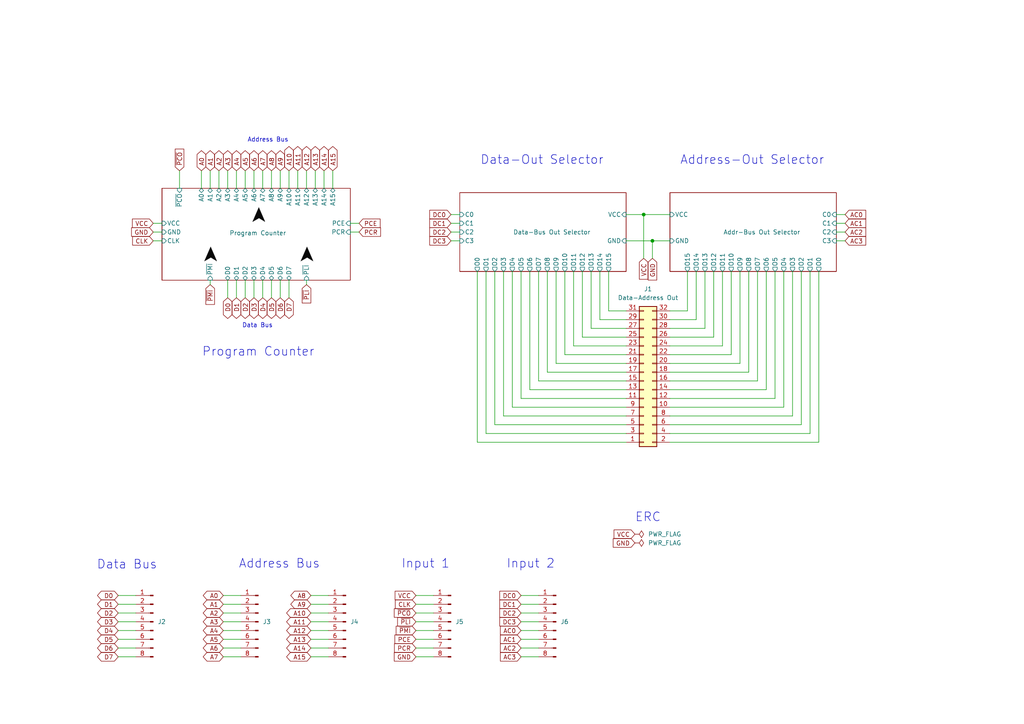
<source format=kicad_sch>
(kicad_sch (version 20250114) (generator "eeschema") (generator_version "9.0")
  (paper "A4")
  (title_block (title "Program Counter and Bus Selectors") (date "2025-11-09") (rev "v1.1") (company "Marco Vettigli"))
  (lib_symbols
    (symbol "Connector:Conn_01x08_Pin" (pin_names (offset 1.016) (hide yes))
      (property "Reference" "J" (at 0 10.16 0))
      (property "Value" "Conn_01x08_Pin" (at 0 -12.7 0))
      (symbol "Conn_01x08_Pin_1_1"
        (rectangle (start 0.8636 7.747) (end 0 7.493) (stroke (width 0.1524)) (fill (type outline)))
        (rectangle (start 0.8636 5.207) (end 0 4.953) (stroke (width 0.1524)) (fill (type outline)))
        (rectangle (start 0.8636 2.667) (end 0 2.413) (stroke (width 0.1524)) (fill (type outline)))
        (rectangle (start 0.8636 0.127) (end 0 -0.127) (stroke (width 0.1524)) (fill (type outline)))
        (rectangle (start 0.8636 -2.413) (end 0 -2.667) (stroke (width 0.1524)) (fill (type outline)))
        (rectangle (start 0.8636 -4.953) (end 0 -5.207) (stroke (width 0.1524)) (fill (type outline)))
        (rectangle (start 0.8636 -7.493) (end 0 -7.747) (stroke (width 0.1524)) (fill (type outline)))
        (rectangle (start 0.8636 -10.033) (end 0 -10.287) (stroke (width 0.1524)) (fill (type outline)))
        (polyline (pts (xy 1.27 7.62) (xy 0.8636 7.62)) (stroke (width 0.1524)))
        (polyline (pts (xy 1.27 5.08) (xy 0.8636 5.08)) (stroke (width 0.1524)))
        (polyline (pts (xy 1.27 2.54) (xy 0.8636 2.54)) (stroke (width 0.1524)))
        (polyline (pts (xy 1.27 0) (xy 0.8636 0)) (stroke (width 0.1524)))
        (polyline (pts (xy 1.27 -2.54) (xy 0.8636 -2.54)) (stroke (width 0.1524)))
        (polyline (pts (xy 1.27 -5.08) (xy 0.8636 -5.08)) (stroke (width 0.1524)))
        (polyline (pts (xy 1.27 -7.62) (xy 0.8636 -7.62)) (stroke (width 0.1524)))
        (polyline (pts (xy 1.27 -10.16) (xy 0.8636 -10.16)) (stroke (width 0.1524)))
        (pin passive line (at 5.08 7.62 180) (length 3.81) (name "Pin_1") (number "1"))
        (pin passive line (at 5.08 5.08 180) (length 3.81) (name "Pin_2") (number "2"))
        (pin passive line (at 5.08 2.54 180) (length 3.81) (name "Pin_3") (number "3"))
        (pin passive line (at 5.08 0 180) (length 3.81) (name "Pin_4") (number "4"))
        (pin passive line (at 5.08 -2.54 180) (length 3.81) (name "Pin_5") (number "5"))
        (pin passive line (at 5.08 -5.08 180) (length 3.81) (name "Pin_6") (number "6"))
        (pin passive line (at 5.08 -7.62 180) (length 3.81) (name "Pin_7") (number "7"))
        (pin passive line (at 5.08 -10.16 180) (length 3.81) (name "Pin_8") (number "8"))
      )
    )
    (symbol "Connector_Generic:Conn_02x16_Odd_Even" (pin_names (offset 1.016) (hide yes))
      (property "Reference" "J" (at 1.27 20.32 0))
      (property "Value" "Conn_02x16_Odd_Even" (at 1.27 -22.86 0))
      (symbol "Conn_02x16_Odd_Even_1_1"
        (rectangle (start -1.27 19.05) (end 3.81 -21.59) (stroke (width 0.254)) (fill (type background)))
        (rectangle (start -1.27 17.907) (end 0 17.653) (stroke (width 0.1524)))
        (rectangle (start -1.27 15.367) (end 0 15.113) (stroke (width 0.1524)))
        (rectangle (start -1.27 12.827) (end 0 12.573) (stroke (width 0.1524)))
        (rectangle (start -1.27 10.287) (end 0 10.033) (stroke (width 0.1524)))
        (rectangle (start -1.27 7.747) (end 0 7.493) (stroke (width 0.1524)))
        (rectangle (start -1.27 5.207) (end 0 4.953) (stroke (width 0.1524)))
        (rectangle (start -1.27 2.667) (end 0 2.413) (stroke (width 0.1524)))
        (rectangle (start -1.27 0.127) (end 0 -0.127) (stroke (width 0.1524)))
        (rectangle (start -1.27 -2.413) (end 0 -2.667) (stroke (width 0.1524)))
        (rectangle (start -1.27 -4.953) (end 0 -5.207) (stroke (width 0.1524)))
        (rectangle (start -1.27 -7.493) (end 0 -7.747) (stroke (width 0.1524)))
        (rectangle (start -1.27 -10.033) (end 0 -10.287) (stroke (width 0.1524)))
        (rectangle (start -1.27 -12.573) (end 0 -12.827) (stroke (width 0.1524)))
        (rectangle (start -1.27 -15.113) (end 0 -15.367) (stroke (width 0.1524)))
        (rectangle (start -1.27 -17.653) (end 0 -17.907) (stroke (width 0.1524)))
        (rectangle (start -1.27 -20.193) (end 0 -20.447) (stroke (width 0.1524)))
        (rectangle (start 3.81 17.907) (end 2.54 17.653) (stroke (width 0.1524)))
        (rectangle (start 3.81 15.367) (end 2.54 15.113) (stroke (width 0.1524)))
        (rectangle (start 3.81 12.827) (end 2.54 12.573) (stroke (width 0.1524)))
        (rectangle (start 3.81 10.287) (end 2.54 10.033) (stroke (width 0.1524)))
        (rectangle (start 3.81 7.747) (end 2.54 7.493) (stroke (width 0.1524)))
        (rectangle (start 3.81 5.207) (end 2.54 4.953) (stroke (width 0.1524)))
        (rectangle (start 3.81 2.667) (end 2.54 2.413) (stroke (width 0.1524)))
        (rectangle (start 3.81 0.127) (end 2.54 -0.127) (stroke (width 0.1524)))
        (rectangle (start 3.81 -2.413) (end 2.54 -2.667) (stroke (width 0.1524)))
        (rectangle (start 3.81 -4.953) (end 2.54 -5.207) (stroke (width 0.1524)))
        (rectangle (start 3.81 -7.493) (end 2.54 -7.747) (stroke (width 0.1524)))
        (rectangle (start 3.81 -10.033) (end 2.54 -10.287) (stroke (width 0.1524)))
        (rectangle (start 3.81 -12.573) (end 2.54 -12.827) (stroke (width 0.1524)))
        (rectangle (start 3.81 -15.113) (end 2.54 -15.367) (stroke (width 0.1524)))
        (rectangle (start 3.81 -17.653) (end 2.54 -17.907) (stroke (width 0.1524)))
        (rectangle (start 3.81 -20.193) (end 2.54 -20.447) (stroke (width 0.1524)))
        (pin passive line (at -5.08 17.78 0) (length 3.81) (name "Pin_1") (number "1"))
        (pin passive line (at -5.08 15.24 0) (length 3.81) (name "Pin_3") (number "3"))
        (pin passive line (at -5.08 12.7 0) (length 3.81) (name "Pin_5") (number "5"))
        (pin passive line (at -5.08 10.16 0) (length 3.81) (name "Pin_7") (number "7"))
        (pin passive line (at -5.08 7.62 0) (length 3.81) (name "Pin_9") (number "9"))
        (pin passive line (at -5.08 5.08 0) (length 3.81) (name "Pin_11") (number "11"))
        (pin passive line (at -5.08 2.54 0) (length 3.81) (name "Pin_13") (number "13"))
        (pin passive line (at -5.08 0 0) (length 3.81) (name "Pin_15") (number "15"))
        (pin passive line (at -5.08 -2.54 0) (length 3.81) (name "Pin_17") (number "17"))
        (pin passive line (at -5.08 -5.08 0) (length 3.81) (name "Pin_19") (number "19"))
        (pin passive line (at -5.08 -7.62 0) (length 3.81) (name "Pin_21") (number "21"))
        (pin passive line (at -5.08 -10.16 0) (length 3.81) (name "Pin_23") (number "23"))
        (pin passive line (at -5.08 -12.7 0) (length 3.81) (name "Pin_25") (number "25"))
        (pin passive line (at -5.08 -15.24 0) (length 3.81) (name "Pin_27") (number "27"))
        (pin passive line (at -5.08 -17.78 0) (length 3.81) (name "Pin_29") (number "29"))
        (pin passive line (at -5.08 -20.32 0) (length 3.81) (name "Pin_31") (number "31"))
        (pin passive line (at 7.62 17.78 180) (length 3.81) (name "Pin_2") (number "2"))
        (pin passive line (at 7.62 15.24 180) (length 3.81) (name "Pin_4") (number "4"))
        (pin passive line (at 7.62 12.7 180) (length 3.81) (name "Pin_6") (number "6"))
        (pin passive line (at 7.62 10.16 180) (length 3.81) (name "Pin_8") (number "8"))
        (pin passive line (at 7.62 7.62 180) (length 3.81) (name "Pin_10") (number "10"))
        (pin passive line (at 7.62 5.08 180) (length 3.81) (name "Pin_12") (number "12"))
        (pin passive line (at 7.62 2.54 180) (length 3.81) (name "Pin_14") (number "14"))
        (pin passive line (at 7.62 0 180) (length 3.81) (name "Pin_16") (number "16"))
        (pin passive line (at 7.62 -2.54 180) (length 3.81) (name "Pin_18") (number "18"))
        (pin passive line (at 7.62 -5.08 180) (length 3.81) (name "Pin_20") (number "20"))
        (pin passive line (at 7.62 -7.62 180) (length 3.81) (name "Pin_22") (number "22"))
        (pin passive line (at 7.62 -10.16 180) (length 3.81) (name "Pin_24") (number "24"))
        (pin passive line (at 7.62 -12.7 180) (length 3.81) (name "Pin_26") (number "26"))
        (pin passive line (at 7.62 -15.24 180) (length 3.81) (name "Pin_28") (number "28"))
        (pin passive line (at 7.62 -17.78 180) (length 3.81) (name "Pin_30") (number "30"))
        (pin passive line (at 7.62 -20.32 180) (length 3.81) (name "Pin_32") (number "32"))
      )
    )
    (symbol "power:PWR_FLAG" (power) (pin_numbers (hide yes)) (pin_names (offset 0) (hide yes))
      (property "Value" "PWR_FLAG" (at 0 3.81 0))
      (symbol "PWR_FLAG_0_0"
        (pin power_out line (at 0 0 90) (length 0) (name "~") (number "1"))
      )
      (symbol "PWR_FLAG_0_1"
        (polyline (pts (xy 0 0) (xy 0 1.27) (xy -1.016 1.905) (xy 0 2.54) (xy 1.016 1.905) (xy 0 1.27)))
      )
    )
  )
  (text "Address Bus" (at 81.026 163.576 0) (effects (font (size 2.54 2.54))))
  (text "ERC" (at 187.96 150.114 0) (effects (font (size 2.54 2.54))))
  (text "Address-Out Selector" (at 218.186 46.482 0) (effects (font (size 2.54 2.54))))
  (text "Program Counter" (at 74.93 102.108 0) (effects (font (size 2.54 2.54))))
  (text "Address Bus" (at 77.724 40.64 0) (effects (font (size 1.27 1.27))))
  (text "Data Bus" (at 36.83 163.83 0) (effects (font (size 2.54 2.54))))
  (text "Input 2" (at 153.924 163.576 0) (effects (font (size 2.54 2.54))))
  (text "Data-Out Selector" (at 157.226 46.482 0) (effects (font (size 2.54 2.54))))
  (text "Input 1" (at 123.444 163.576 0) (effects (font (size 2.54 2.54))))
  (text "Data Bus" (at 74.676 94.488 0) (effects (font (size 1.27 1.27))))
  (junction (at 189.23 69.85))
  (junction (at 186.69 62.23))
  (wire (pts (xy 227.33 78.74) (xy 227.33 118.11)))
  (wire (pts (xy 120.65 187.96) (xy 125.73 187.96)))
  (wire (pts (xy 90.17 190.5) (xy 95.25 190.5)))
  (wire (pts (xy 66.04 49.53) (xy 66.04 54.61)))
  (wire (pts (xy 78.74 81.28) (xy 78.74 86.36)))
  (wire (pts (xy 151.13 187.96) (xy 156.21 187.96)))
  (wire (pts (xy 52.07 54.61) (xy 52.07 49.53)))
  (wire (pts (xy 245.11 67.31) (xy 242.57 67.31)))
  (wire (pts (xy 168.91 97.79) (xy 181.61 97.79)))
  (wire (pts (xy 148.59 78.74) (xy 148.59 118.11)))
  (wire (pts (xy 166.37 100.33) (xy 181.61 100.33)))
  (wire (pts (xy 120.65 172.72) (xy 125.73 172.72)))
  (wire (pts (xy 181.61 90.17) (xy 176.53 90.17)))
  (wire (pts (xy 161.29 105.41) (xy 181.61 105.41)))
  (wire (pts (xy 194.31 95.25) (xy 204.47 95.25)))
  (wire (pts (xy 151.13 177.8) (xy 156.21 177.8)))
  (wire (pts (xy 90.17 175.26) (xy 95.25 175.26)))
  (wire (pts (xy 151.13 172.72) (xy 156.21 172.72)))
  (wire (pts (xy 90.17 172.72) (xy 95.25 172.72)))
  (wire (pts (xy 71.12 49.53) (xy 71.12 54.61)))
  (wire (pts (xy 209.55 78.74) (xy 209.55 100.33)))
  (wire (pts (xy 237.49 78.74) (xy 237.49 128.27)))
  (wire (pts (xy 120.65 180.34) (xy 125.73 180.34)))
  (wire (pts (xy 234.95 78.74) (xy 234.95 125.73)))
  (wire (pts (xy 148.59 118.11) (xy 181.61 118.11)))
  (wire (pts (xy 60.96 81.28) (xy 60.96 82.55)))
  (wire (pts (xy 146.05 78.74) (xy 146.05 120.65)))
  (wire (pts (xy 130.81 67.31) (xy 133.35 67.31)))
  (wire (pts (xy 39.37 177.8) (xy 34.29 177.8)))
  (wire (pts (xy 186.69 62.23) (xy 186.69 74.93)))
  (wire (pts (xy 245.11 62.23) (xy 242.57 62.23)))
  (wire (pts (xy 44.45 67.31) (xy 46.99 67.31)))
  (wire (pts (xy 207.01 97.79) (xy 194.31 97.79)))
  (wire (pts (xy 153.67 113.03) (xy 181.61 113.03)))
  (wire (pts (xy 130.81 64.77) (xy 133.35 64.77)))
  (wire (pts (xy 64.77 187.96) (xy 69.85 187.96)))
  (wire (pts (xy 158.75 78.74) (xy 158.75 107.95)))
  (wire (pts (xy 151.13 185.42) (xy 156.21 185.42)))
  (wire (pts (xy 90.17 182.88) (xy 95.25 182.88)))
  (wire (pts (xy 181.61 95.25) (xy 171.45 95.25)))
  (wire (pts (xy 151.13 78.74) (xy 151.13 115.57)))
  (wire (pts (xy 90.17 185.42) (xy 95.25 185.42)))
  (wire (pts (xy 214.63 105.41) (xy 194.31 105.41)))
  (wire (pts (xy 168.91 78.74) (xy 168.91 97.79)))
  (wire (pts (xy 64.77 180.34) (xy 69.85 180.34)))
  (wire (pts (xy 189.23 69.85) (xy 189.23 74.93)))
  (wire (pts (xy 186.69 62.23) (xy 194.31 62.23)))
  (wire (pts (xy 161.29 78.74) (xy 161.29 105.41)))
  (wire (pts (xy 189.23 69.85) (xy 194.31 69.85)))
  (wire (pts (xy 212.09 78.74) (xy 212.09 102.87)))
  (wire (pts (xy 181.61 92.71) (xy 173.99 92.71)))
  (wire (pts (xy 91.44 49.53) (xy 91.44 54.61)))
  (wire (pts (xy 90.17 177.8) (xy 95.25 177.8)))
  (wire (pts (xy 204.47 78.74) (xy 204.47 95.25)))
  (wire (pts (xy 232.41 78.74) (xy 232.41 123.19)))
  (wire (pts (xy 153.67 78.74) (xy 153.67 113.03)))
  (wire (pts (xy 60.96 49.53) (xy 60.96 54.61)))
  (wire (pts (xy 140.97 125.73) (xy 181.61 125.73)))
  (wire (pts (xy 58.42 49.53) (xy 58.42 54.61)))
  (wire (pts (xy 44.45 69.85) (xy 46.99 69.85)))
  (wire (pts (xy 227.33 118.11) (xy 194.31 118.11)))
  (wire (pts (xy 39.37 180.34) (xy 34.29 180.34)))
  (wire (pts (xy 140.97 78.74) (xy 140.97 125.73)))
  (wire (pts (xy 88.9 49.53) (xy 88.9 54.61)))
  (wire (pts (xy 78.74 49.53) (xy 78.74 54.61)))
  (wire (pts (xy 151.13 180.34) (xy 156.21 180.34)))
  (wire (pts (xy 245.11 64.77) (xy 242.57 64.77)))
  (wire (pts (xy 86.36 49.53) (xy 86.36 54.61)))
  (wire (pts (xy 217.17 78.74) (xy 217.17 107.95)))
  (wire (pts (xy 194.31 128.27) (xy 237.49 128.27)))
  (wire (pts (xy 130.81 62.23) (xy 133.35 62.23)))
  (wire (pts (xy 222.25 78.74) (xy 222.25 113.03)))
  (wire (pts (xy 222.25 113.03) (xy 194.31 113.03)))
  (wire (pts (xy 130.81 69.85) (xy 133.35 69.85)))
  (wire (pts (xy 81.28 49.53) (xy 81.28 54.61)))
  (wire (pts (xy 181.61 62.23) (xy 186.69 62.23)))
  (wire (pts (xy 229.87 78.74) (xy 229.87 120.65)))
  (wire (pts (xy 194.31 102.87) (xy 212.09 102.87)))
  (wire (pts (xy 194.31 120.65) (xy 229.87 120.65)))
  (wire (pts (xy 232.41 123.19) (xy 194.31 123.19)))
  (wire (pts (xy 138.43 78.74) (xy 138.43 128.27)))
  (wire (pts (xy 64.77 190.5) (xy 69.85 190.5)))
  (wire (pts (xy 209.55 100.33) (xy 194.31 100.33)))
  (wire (pts (xy 44.45 64.77) (xy 46.99 64.77)))
  (wire (pts (xy 199.39 78.74) (xy 199.39 90.17)))
  (wire (pts (xy 39.37 187.96) (xy 34.29 187.96)))
  (wire (pts (xy 66.04 81.28) (xy 66.04 86.36)))
  (wire (pts (xy 68.58 81.28) (xy 68.58 86.36)))
  (wire (pts (xy 88.9 81.28) (xy 88.9 82.55)))
  (wire (pts (xy 90.17 180.34) (xy 95.25 180.34)))
  (wire (pts (xy 93.98 49.53) (xy 93.98 54.61)))
  (wire (pts (xy 39.37 185.42) (xy 34.29 185.42)))
  (wire (pts (xy 146.05 120.65) (xy 181.61 120.65)))
  (wire (pts (xy 39.37 190.5) (xy 34.29 190.5)))
  (wire (pts (xy 207.01 78.74) (xy 207.01 97.79)))
  (wire (pts (xy 39.37 182.88) (xy 34.29 182.88)))
  (wire (pts (xy 214.63 78.74) (xy 214.63 105.41)))
  (wire (pts (xy 143.51 78.74) (xy 143.51 123.19)))
  (wire (pts (xy 120.65 177.8) (xy 125.73 177.8)))
  (wire (pts (xy 83.82 81.28) (xy 83.82 86.36)))
  (wire (pts (xy 73.66 81.28) (xy 73.66 86.36)))
  (wire (pts (xy 39.37 172.72) (xy 34.29 172.72)))
  (wire (pts (xy 63.5 49.53) (xy 63.5 54.61)))
  (wire (pts (xy 68.58 49.53) (xy 68.58 54.61)))
  (wire (pts (xy 120.65 182.88) (xy 125.73 182.88)))
  (wire (pts (xy 120.65 175.26) (xy 125.73 175.26)))
  (wire (pts (xy 151.13 175.26) (xy 156.21 175.26)))
  (wire (pts (xy 151.13 190.5) (xy 156.21 190.5)))
  (wire (pts (xy 199.39 90.17) (xy 194.31 90.17)))
  (wire (pts (xy 64.77 175.26) (xy 69.85 175.26)))
  (wire (pts (xy 151.13 115.57) (xy 181.61 115.57)))
  (wire (pts (xy 219.71 78.74) (xy 219.71 110.49)))
  (wire (pts (xy 64.77 182.88) (xy 69.85 182.88)))
  (wire (pts (xy 201.93 78.74) (xy 201.93 92.71)))
  (wire (pts (xy 76.2 81.28) (xy 76.2 86.36)))
  (wire (pts (xy 173.99 78.74) (xy 173.99 92.71)))
  (wire (pts (xy 163.83 78.74) (xy 163.83 102.87)))
  (wire (pts (xy 101.6 64.77) (xy 104.14 64.77)))
  (wire (pts (xy 194.31 125.73) (xy 234.95 125.73)))
  (wire (pts (xy 64.77 185.42) (xy 69.85 185.42)))
  (wire (pts (xy 120.65 190.5) (xy 125.73 190.5)))
  (wire (pts (xy 171.45 78.74) (xy 171.45 95.25)))
  (wire (pts (xy 90.17 187.96) (xy 95.25 187.96)))
  (wire (pts (xy 76.2 49.53) (xy 76.2 54.61)))
  (wire (pts (xy 156.21 110.49) (xy 181.61 110.49)))
  (wire (pts (xy 81.28 81.28) (xy 81.28 86.36)))
  (wire (pts (xy 156.21 78.74) (xy 156.21 110.49)))
  (wire (pts (xy 176.53 78.74) (xy 176.53 90.17)))
  (wire (pts (xy 71.12 81.28) (xy 71.12 86.36)))
  (wire (pts (xy 194.31 115.57) (xy 224.79 115.57)))
  (wire (pts (xy 64.77 177.8) (xy 69.85 177.8)))
  (wire (pts (xy 201.93 92.71) (xy 194.31 92.71)))
  (wire (pts (xy 151.13 182.88) (xy 156.21 182.88)))
  (wire (pts (xy 181.61 69.85) (xy 189.23 69.85)))
  (wire (pts (xy 245.11 69.85) (xy 242.57 69.85)))
  (wire (pts (xy 64.77 172.72) (xy 69.85 172.72)))
  (wire (pts (xy 217.17 107.95) (xy 194.31 107.95)))
  (wire (pts (xy 143.51 123.19) (xy 181.61 123.19)))
  (wire (pts (xy 138.43 128.27) (xy 181.61 128.27)))
  (wire (pts (xy 166.37 78.74) (xy 166.37 100.33)))
  (wire (pts (xy 73.66 49.53) (xy 73.66 54.61)))
  (wire (pts (xy 120.65 185.42) (xy 125.73 185.42)))
  (wire (pts (xy 194.31 110.49) (xy 219.71 110.49)))
  (wire (pts (xy 101.6 67.31) (xy 104.14 67.31)))
  (wire (pts (xy 83.82 49.53) (xy 83.82 54.61)))
  (wire (pts (xy 224.79 78.74) (xy 224.79 115.57)))
  (wire (pts (xy 163.83 102.87) (xy 181.61 102.87)))
  (wire (pts (xy 158.75 107.95) (xy 181.61 107.95)))
  (wire (pts (xy 39.37 175.26) (xy 34.29 175.26)))
  (wire (pts (xy 96.52 49.53) (xy 96.52 54.61)))
  (image (at 60.96 73.66) (scale 0.554949))
  (image (at 88.9 73.66) (scale 0.554949))
  (image (at 74.93 62.23) (scale 0.554949))
  (global_label "CLK" (shape input) (at 120.65 175.26 180) (property "Intersheetrefs" "${INTERSHEET_REFS}" (effects (hide yes))))
  (global_label "A0" (shape tri_state) (at 58.42 49.53 90) (property "Intersheetrefs" "${INTERSHEET_REFS}" (effects (hide yes))))
  (global_label "AC1" (shape input) (at 151.13 185.42 180) (property "Intersheetrefs" "${INTERSHEET_REFS}" (effects (hide yes))))
  (global_label "~{PCO}" (shape input) (at 52.07 49.53 90) (property "Intersheetrefs" "${INTERSHEET_REFS}" (effects (hide yes))))
  (global_label "D3" (shape tri_state) (at 73.66 86.36 270) (property "Intersheetrefs" "${INTERSHEET_REFS}" (effects (hide yes))))
  (global_label "A10" (shape tri_state) (at 90.17 177.8 180) (property "Intersheetrefs" "${INTERSHEET_REFS}" (effects (hide yes))))
  (global_label "A14" (shape tri_state) (at 93.98 49.53 90) (property "Intersheetrefs" "${INTERSHEET_REFS}" (effects (hide yes))))
  (global_label "A7" (shape tri_state) (at 64.77 190.5 180) (property "Intersheetrefs" "${INTERSHEET_REFS}" (effects (hide yes))))
  (global_label "GND" (shape input) (at 44.45 67.31 180) (property "Intersheetrefs" "${INTERSHEET_REFS}" (effects (hide yes))))
  (global_label "PCE" (shape input) (at 120.65 185.42 180) (property "Intersheetrefs" "${INTERSHEET_REFS}" (effects (hide yes))))
  (global_label "~{PLI}" (shape input) (at 120.65 180.34 180) (property "Intersheetrefs" "${INTERSHEET_REFS}" (effects (hide yes))))
  (global_label "D6" (shape tri_state) (at 34.29 187.96 180) (property "Intersheetrefs" "${INTERSHEET_REFS}" (effects (hide yes))))
  (global_label "A15" (shape tri_state) (at 90.17 190.5 180) (property "Intersheetrefs" "${INTERSHEET_REFS}" (effects (hide yes))))
  (global_label "A2" (shape tri_state) (at 63.5 49.53 90) (property "Intersheetrefs" "${INTERSHEET_REFS}" (effects (hide yes))))
  (global_label "D1" (shape tri_state) (at 34.29 175.26 180) (property "Intersheetrefs" "${INTERSHEET_REFS}" (effects (hide yes))))
  (global_label "AC2" (shape input) (at 151.13 187.96 180) (property "Intersheetrefs" "${INTERSHEET_REFS}" (effects (hide yes))))
  (global_label "DC0" (shape input) (at 151.13 172.72 180) (property "Intersheetrefs" "${INTERSHEET_REFS}" (effects (hide yes))))
  (global_label "D4" (shape tri_state) (at 34.29 182.88 180) (property "Intersheetrefs" "${INTERSHEET_REFS}" (effects (hide yes))))
  (global_label "A3" (shape tri_state) (at 66.04 49.53 90) (property "Intersheetrefs" "${INTERSHEET_REFS}" (effects (hide yes))))
  (global_label "D0" (shape tri_state) (at 34.29 172.72 180) (property "Intersheetrefs" "${INTERSHEET_REFS}" (effects (hide yes))))
  (global_label "VCC" (shape input) (at 186.69 74.93 270) (property "Intersheetrefs" "${INTERSHEET_REFS}" (effects (hide yes))))
  (global_label "PCR" (shape input) (at 104.14 67.31 0) (property "Intersheetrefs" "${INTERSHEET_REFS}" (effects (hide yes))))
  (global_label "A8" (shape tri_state) (at 78.74 49.53 90) (property "Intersheetrefs" "${INTERSHEET_REFS}" (effects (hide yes))))
  (global_label "PCE" (shape input) (at 104.14 64.77 0) (property "Intersheetrefs" "${INTERSHEET_REFS}" (effects (hide yes))))
  (global_label "D7" (shape tri_state) (at 83.82 86.36 270) (property "Intersheetrefs" "${INTERSHEET_REFS}" (effects (hide yes))))
  (global_label "D0" (shape tri_state) (at 66.04 86.36 270) (property "Intersheetrefs" "${INTERSHEET_REFS}" (effects (hide yes))))
  (global_label "A13" (shape tri_state) (at 90.17 185.42 180) (property "Intersheetrefs" "${INTERSHEET_REFS}" (effects (hide yes))))
  (global_label "A9" (shape tri_state) (at 81.28 49.53 90) (property "Intersheetrefs" "${INTERSHEET_REFS}" (effects (hide yes))))
  (global_label "DC2" (shape input) (at 151.13 177.8 180) (property "Intersheetrefs" "${INTERSHEET_REFS}" (effects (hide yes))))
  (global_label "VCC" (shape input) (at 120.65 172.72 180) (property "Intersheetrefs" "${INTERSHEET_REFS}" (effects (hide yes))))
  (global_label "AC0" (shape input) (at 151.13 182.88 180) (property "Intersheetrefs" "${INTERSHEET_REFS}" (effects (hide yes))))
  (global_label "A10" (shape tri_state) (at 83.82 49.53 90) (property "Intersheetrefs" "${INTERSHEET_REFS}" (effects (hide yes))))
  (global_label "DC3" (shape input) (at 151.13 180.34 180) (property "Intersheetrefs" "${INTERSHEET_REFS}" (effects (hide yes))))
  (global_label "D1" (shape tri_state) (at 68.58 86.36 270) (property "Intersheetrefs" "${INTERSHEET_REFS}" (effects (hide yes))))
  (global_label "A11" (shape tri_state) (at 90.17 180.34 180) (property "Intersheetrefs" "${INTERSHEET_REFS}" (effects (hide yes))))
  (global_label "A9" (shape tri_state) (at 90.17 175.26 180) (property "Intersheetrefs" "${INTERSHEET_REFS}" (effects (hide yes))))
  (global_label "D7" (shape tri_state) (at 34.29 190.5 180) (property "Intersheetrefs" "${INTERSHEET_REFS}" (effects (hide yes))))
  (global_label "AC0" (shape input) (at 245.11 62.23 0) (property "Intersheetrefs" "${INTERSHEET_REFS}" (effects (hide yes))))
  (global_label "A2" (shape tri_state) (at 64.77 177.8 180) (property "Intersheetrefs" "${INTERSHEET_REFS}" (effects (hide yes))))
  (global_label "A0" (shape tri_state) (at 64.77 172.72 180) (property "Intersheetrefs" "${INTERSHEET_REFS}" (effects (hide yes))))
  (global_label "A5" (shape tri_state) (at 71.12 49.53 90) (property "Intersheetrefs" "${INTERSHEET_REFS}" (effects (hide yes))))
  (global_label "A4" (shape tri_state) (at 64.77 182.88 180) (property "Intersheetrefs" "${INTERSHEET_REFS}" (effects (hide yes))))
  (global_label "A13" (shape tri_state) (at 91.44 49.53 90) (property "Intersheetrefs" "${INTERSHEET_REFS}" (effects (hide yes))))
  (global_label "A3" (shape tri_state) (at 64.77 180.34 180) (property "Intersheetrefs" "${INTERSHEET_REFS}" (effects (hide yes))))
  (global_label "D2" (shape tri_state) (at 34.29 177.8 180) (property "Intersheetrefs" "${INTERSHEET_REFS}" (effects (hide yes))))
  (global_label "A7" (shape tri_state) (at 76.2 49.53 90) (property "Intersheetrefs" "${INTERSHEET_REFS}" (effects (hide yes))))
  (global_label "D2" (shape tri_state) (at 71.12 86.36 270) (property "Intersheetrefs" "${INTERSHEET_REFS}" (effects (hide yes))))
  (global_label "CLK" (shape input) (at 44.45 69.85 180) (property "Intersheetrefs" "${INTERSHEET_REFS}" (effects (hide yes))))
  (global_label "A5" (shape tri_state) (at 64.77 185.42 180) (property "Intersheetrefs" "${INTERSHEET_REFS}" (effects (hide yes))))
  (global_label "GND" (shape input) (at 189.23 74.93 270) (property "Intersheetrefs" "${INTERSHEET_REFS}" (effects (hide yes))))
  (global_label "~{PCO}" (shape input) (at 120.65 177.8 180) (property "Intersheetrefs" "${INTERSHEET_REFS}" (effects (hide yes))))
  (global_label "AC1" (shape input) (at 245.11 64.77 0) (property "Intersheetrefs" "${INTERSHEET_REFS}" (effects (hide yes))))
  (global_label "A1" (shape tri_state) (at 64.77 175.26 180) (property "Intersheetrefs" "${INTERSHEET_REFS}" (effects (hide yes))))
  (global_label "AC3" (shape input) (at 245.11 69.85 0) (property "Intersheetrefs" "${INTERSHEET_REFS}" (effects (hide yes))))
  (global_label "AC3" (shape input) (at 151.13 190.5 180) (property "Intersheetrefs" "${INTERSHEET_REFS}" (effects (hide yes))))
  (global_label "A12" (shape tri_state) (at 88.9 49.53 90) (property "Intersheetrefs" "${INTERSHEET_REFS}" (effects (hide yes))))
  (global_label "PCR" (shape input) (at 120.65 187.96 180) (property "Intersheetrefs" "${INTERSHEET_REFS}" (effects (hide yes))))
  (global_label "A15" (shape tri_state) (at 96.52 49.53 90) (property "Intersheetrefs" "${INTERSHEET_REFS}" (effects (hide yes))))
  (global_label "D6" (shape tri_state) (at 81.28 86.36 270) (property "Intersheetrefs" "${INTERSHEET_REFS}" (effects (hide yes))))
  (global_label "~{PLI}" (shape input) (at 88.9 82.55 270) (property "Intersheetrefs" "${INTERSHEET_REFS}" (effects (hide yes))))
  (global_label "D5" (shape tri_state) (at 34.29 185.42 180) (property "Intersheetrefs" "${INTERSHEET_REFS}" (effects (hide yes))))
  (global_label "A12" (shape tri_state) (at 90.17 182.88 180) (property "Intersheetrefs" "${INTERSHEET_REFS}" (effects (hide yes))))
  (global_label "~{PMI}" (shape input) (at 120.65 182.88 180) (property "Intersheetrefs" "${INTERSHEET_REFS}" (effects (hide yes))))
  (global_label "A14" (shape tri_state) (at 90.17 187.96 180) (property "Intersheetrefs" "${INTERSHEET_REFS}" (effects (hide yes))))
  (global_label "~{PMI}" (shape input) (at 60.96 82.55 270) (property "Intersheetrefs" "${INTERSHEET_REFS}" (effects (hide yes))))
  (global_label "VCC" (shape input) (at 44.45 64.77 180) (property "Intersheetrefs" "${INTERSHEET_REFS}" (effects (hide yes))))
  (global_label "A8" (shape tri_state) (at 90.17 172.72 180) (property "Intersheetrefs" "${INTERSHEET_REFS}" (effects (hide yes))))
  (global_label "D3" (shape tri_state) (at 34.29 180.34 180) (property "Intersheetrefs" "${INTERSHEET_REFS}" (effects (hide yes))))
  (global_label "DC0" (shape input) (at 130.81 62.23 180) (property "Intersheetrefs" "${INTERSHEET_REFS}" (effects (hide yes))))
  (global_label "DC1" (shape input) (at 151.13 175.26 180) (property "Intersheetrefs" "${INTERSHEET_REFS}" (effects (hide yes))))
  (global_label "AC2" (shape input) (at 245.11 67.31 0) (property "Intersheetrefs" "${INTERSHEET_REFS}" (effects (hide yes))))
  (global_label "A11" (shape tri_state) (at 86.36 49.53 90) (property "Intersheetrefs" "${INTERSHEET_REFS}" (effects (hide yes))))
  (global_label "DC1" (shape input) (at 130.81 64.77 180) (property "Intersheetrefs" "${INTERSHEET_REFS}" (effects (hide yes))))
  (global_label "A4" (shape tri_state) (at 68.58 49.53 90) (property "Intersheetrefs" "${INTERSHEET_REFS}" (effects (hide yes))))
  (global_label "VCC" (shape input) (at 184.15 154.94 180) (property "Intersheetrefs" "${INTERSHEET_REFS}" (effects (hide yes))))
  (global_label "D4" (shape tri_state) (at 76.2 86.36 270) (property "Intersheetrefs" "${INTERSHEET_REFS}" (effects (hide yes))))
  (global_label "A6" (shape tri_state) (at 64.77 187.96 180) (property "Intersheetrefs" "${INTERSHEET_REFS}" (effects (hide yes))))
  (global_label "A6" (shape tri_state) (at 73.66 49.53 90) (property "Intersheetrefs" "${INTERSHEET_REFS}" (effects (hide yes))))
  (global_label "A1" (shape tri_state) (at 60.96 49.53 90) (property "Intersheetrefs" "${INTERSHEET_REFS}" (effects (hide yes))))
  (global_label "DC2" (shape input) (at 130.81 67.31 180) (property "Intersheetrefs" "${INTERSHEET_REFS}" (effects (hide yes))))
  (global_label "GND" (shape input) (at 184.15 157.48 180) (property "Intersheetrefs" "${INTERSHEET_REFS}" (effects (hide yes))))
  (global_label "D5" (shape tri_state) (at 78.74 86.36 270) (property "Intersheetrefs" "${INTERSHEET_REFS}" (effects (hide yes))))
  (global_label "GND" (shape input) (at 120.65 190.5 180) (property "Intersheetrefs" "${INTERSHEET_REFS}" (effects (hide yes))))
  (global_label "DC3" (shape input) (at 130.81 69.85 180) (property "Intersheetrefs" "${INTERSHEET_REFS}" (effects (hide yes))))
  (symbol (lib_id "Connector:Conn_01x08_Pin") (at 74.93 180.34 0) (mirror y) (unit 1)
    (property "Reference" "J3" (at 76.2 180.3399 0) (effects (justify right)))
    (property "Value" "Address Bus 1" (effects (hide yes)))
    (property "Footprint" "Custom:PinHeader_1x08_P2.54mm_Horizontal" (effects (hide yes)))
    (property "Description" "Generic connector, single row, 01x08, script generated" (effects (hide yes)))
  )
  (symbol (lib_id "Connector:Conn_01x08_Pin") (at 44.45 180.34 0) (mirror y) (unit 1)
    (property "Reference" "J2" (at 45.72 180.3399 0) (effects (justify right)))
    (property "Value" "Data bus" (effects (hide yes)))
    (property "Footprint" "Custom:PinHeader_1x08_P2.54mm_Horizontal" (effects (hide yes)))
    (property "Description" "Generic connector, single row, 01x08, script generated" (effects (hide yes)))
  )
  (symbol (lib_id "power:PWR_FLAG") (at 184.15 157.48 270) (unit 1)
    (property "Reference" "#FLG02" (effects (hide yes)))
    (property "Value" "PWR_FLAG" (at 187.96 157.4799 90) (effects (justify left)))
    (property "Description" "Special symbol for telling ERC where power comes from" (effects (hide yes)))
  )
  (symbol (lib_id "Connector_Generic:Conn_02x16_Odd_Even") (at 186.69 110.49 0) (mirror x) (unit 1)
    (property "Reference" "J1" (at 187.96 83.82 0))
    (property "Value" "Data-Address Out" (at 187.96 86.36 0))
    (property "Footprint" "Connector_PinHeader_2.54mm:PinHeader_2x16_P2.54mm_Horizontal" (effects (hide yes)))
    (property "Description" "Generic connector, double row, 02x16, odd/even pin numbering scheme (row 1 odd numbers, row 2 even numbers), script generated (kicad-library-utils/schlib/autogen/connector/)" (effects (hide yes)))
  )
  (symbol (lib_id "Connector:Conn_01x08_Pin") (at 161.29 180.34 0) (mirror y) (unit 1)
    (property "Reference" "J6" (at 162.56 180.3399 0) (effects (justify right)))
    (property "Value" "Input 2" (effects (hide yes)))
    (property "Footprint" "Custom:PinHeader_1x08_P2.54mm_Horizontal" (effects (hide yes)))
    (property "Description" "Generic connector, single row, 01x08, script generated" (effects (hide yes)))
  )
  (symbol (lib_id "power:PWR_FLAG") (at 184.15 154.94 270) (unit 1)
    (property "Reference" "#FLG01" (effects (hide yes)))
    (property "Value" "PWR_FLAG" (at 187.96 154.9399 90) (effects (justify left)))
    (property "Description" "Special symbol for telling ERC where power comes from" (effects (hide yes)))
  )
  (symbol (lib_id "Connector:Conn_01x08_Pin") (at 130.81 180.34 0) (mirror y) (unit 1)
    (property "Reference" "J5" (at 132.08 180.3399 0) (effects (justify right)))
    (property "Value" "Input 1" (effects (hide yes)))
    (property "Footprint" "Custom:PinHeader_1x08_P2.54mm_Horizontal" (effects (hide yes)))
    (property "Description" "Generic connector, single row, 01x08, script generated" (effects (hide yes)))
  )
  (symbol (lib_id "Connector:Conn_01x08_Pin") (at 100.33 180.34 0) (mirror y) (unit 1)
    (property "Reference" "J4" (at 101.6 180.3399 0) (effects (justify right)))
    (property "Value" "Address Bus 2" (effects (hide yes)))
    (property "Footprint" "Custom:PinHeader_1x08_P2.54mm_Horizontal" (effects (hide yes)))
    (property "Description" "Generic connector, single row, 01x08, script generated" (effects (hide yes)))
  )
  (sheet (at 133.35 55.88) (size 48.26 22.86) (stroke (width 0.1524))
    (property "Sheetname" "Data-Bus Out Selector" (at 148.844 68.072 0) (effects (justify left bottom)))
    (property "Sheetfile" "data-selector.kicad_sch" (effects (hide yes)))
    (pin "C2" input (at 133.35 67.31 180))
    (pin "GND" input (at 181.61 69.85 0))
    (pin "C0" input (at 133.35 62.23 180))
    (pin "C1" input (at 133.35 64.77 180))
    (pin "VCC" input (at 181.61 62.23 0))
    (pin "C3" input (at 133.35 69.85 180))
    (pin "O10" output (at 163.83 78.74 270))
    (pin "O1" output (at 140.97 78.74 270))
    (pin "O4" output (at 148.59 78.74 270))
    (pin "O0" output (at 138.43 78.74 270))
    (pin "O15" output (at 176.53 78.74 270))
    (pin "O7" output (at 156.21 78.74 270))
    (pin "O8" output (at 158.75 78.74 270))
    (pin "O13" output (at 171.45 78.74 270))
    (pin "O11" output (at 166.37 78.74 270))
    (pin "O12" output (at 168.91 78.74 270))
    (pin "O9" output (at 161.29 78.74 270))
    (pin "O5" output (at 151.13 78.74 270))
    (pin "O6" output (at 153.67 78.74 270))
    (pin "O14" output (at 173.99 78.74 270))
    (pin "O2" output (at 143.51 78.74 270))
    (pin "O3" output (at 146.05 78.74 270))
  )
  (sheet (at 46.99 54.61) (size 54.61 26.67) (stroke (width 0.1524))
    (property "Sheetname" "Program Counter" (at 66.548 68.326 0) (effects (justify left bottom)))
    (property "Sheetfile" "program_counter.kicad_sch" (effects (hide yes)))
    (pin "A5" tri_state (at 71.12 54.61 90))
    (pin "A8" tri_state (at 78.74 54.61 90))
    (pin "A6" tri_state (at 73.66 54.61 90))
    (pin "A13" tri_state (at 91.44 54.61 90))
    (pin "A4" tri_state (at 68.58 54.61 90))
    (pin "A2" tri_state (at 63.5 54.61 90))
    (pin "A3" tri_state (at 66.04 54.61 90))
    (pin "A0" tri_state (at 58.42 54.61 90))
    (pin "A10" tri_state (at 83.82 54.61 90))
    (pin "A7" tri_state (at 76.2 54.61 90))
    (pin "A15" tri_state (at 96.52 54.61 90))
    (pin "A9" tri_state (at 81.28 54.61 90))
    (pin "A12" tri_state (at 88.9 54.61 90))
    (pin "A11" tri_state (at 86.36 54.61 90))
    (pin "A14" tri_state (at 93.98 54.61 90))
    (pin "A1" tri_state (at 60.96 54.61 90))
    (pin "D3" tri_state (at 73.66 81.28 270))
    (pin "D0" tri_state (at 66.04 81.28 270))
    (pin "D5" tri_state (at 78.74 81.28 270))
    (pin "D7" tri_state (at 83.82 81.28 270))
    (pin "D1" tri_state (at 68.58 81.28 270))
    (pin "D6" tri_state (at 81.28 81.28 270))
    (pin "D2" tri_state (at 71.12 81.28 270))
    (pin "D4" tri_state (at 76.2 81.28 270))
    (pin "VCC" input (at 46.99 64.77 180))
    (pin "CLK" input (at 46.99 69.85 180))
    (pin "GND" input (at 46.99 67.31 180))
    (pin "~{PLI}" input (at 88.9 81.28 270))
    (pin "~{PCO}" input (at 52.07 54.61 90))
    (pin "~{PMI}" input (at 60.96 81.28 270))
    (pin "PCE" input (at 101.6 64.77 0))
    (pin "PCR" input (at 101.6 67.31 0))
  )
  (sheet (at 194.31 55.88) (size 48.26 22.86) (stroke (width 0.1524))
    (property "Sheetname" "Addr-Bus Out Selector" (at 209.804 68.072 0) (effects (justify left bottom)))
    (property "Sheetfile" "data-selector.kicad_sch" (effects (hide yes)))
    (pin "C2" input (at 242.57 67.31 0))
    (pin "GND" input (at 194.31 69.85 180))
    (pin "C0" input (at 242.57 62.23 0))
    (pin "C1" input (at 242.57 64.77 0))
    (pin "VCC" input (at 194.31 62.23 180))
    (pin "C3" input (at 242.57 69.85 0))
    (pin "O10" output (at 212.09 78.74 270))
    (pin "O1" output (at 234.95 78.74 270))
    (pin "O4" output (at 227.33 78.74 270))
    (pin "O0" output (at 237.49 78.74 270))
    (pin "O15" output (at 199.39 78.74 270))
    (pin "O7" output (at 219.71 78.74 270))
    (pin "O8" output (at 217.17 78.74 270))
    (pin "O13" output (at 204.47 78.74 270))
    (pin "O11" output (at 209.55 78.74 270))
    (pin "O12" output (at 207.01 78.74 270))
    (pin "O9" output (at 214.63 78.74 270))
    (pin "O5" output (at 224.79 78.74 270))
    (pin "O6" output (at 222.25 78.74 270))
    (pin "O14" output (at 201.93 78.74 270))
    (pin "O2" output (at 232.41 78.74 270))
    (pin "O3" output (at 229.87 78.74 270))
  )
)
</source>
